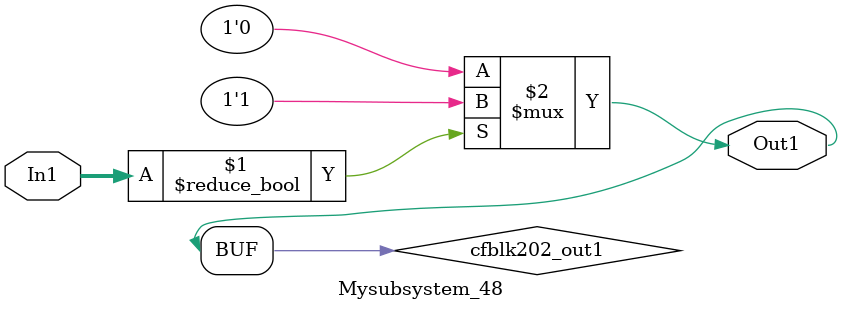
<source format=v>



`timescale 1 ns / 1 ns

module Mysubsystem_48
          (In1,
           Out1);


  input   [7:0] In1;  // uint8
  output  Out1;


  wire cfblk202_out1;


  assign cfblk202_out1 = (In1 != 8'b00000000 ? 1'b1 :
              1'b0);



  assign Out1 = cfblk202_out1;

endmodule  // Mysubsystem_48


</source>
